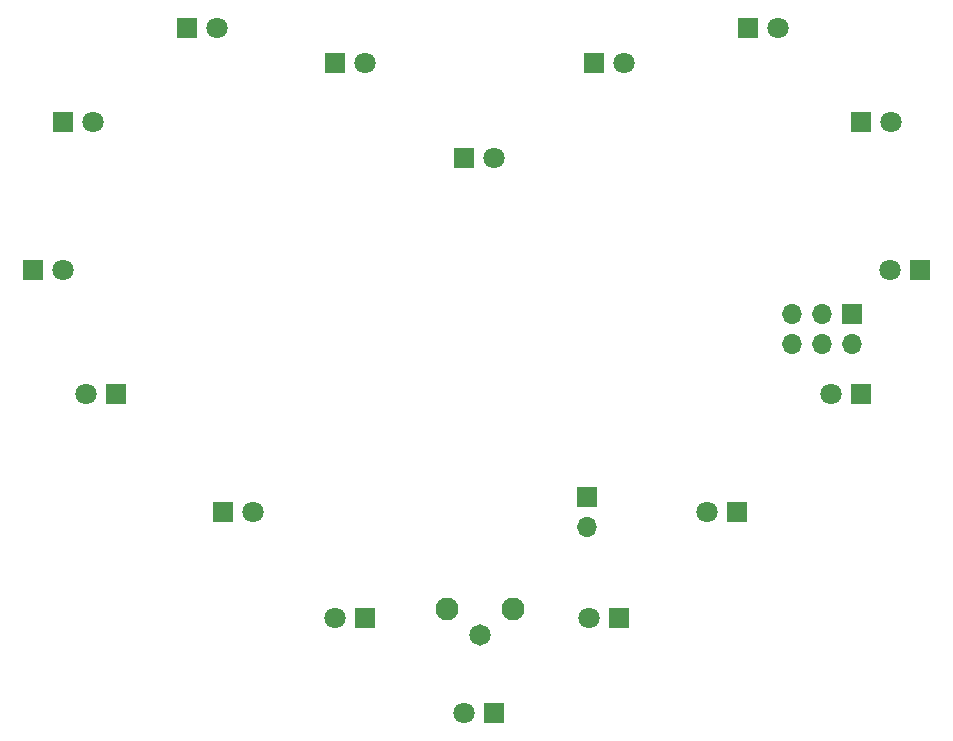
<source format=gbs>
%TF.GenerationSoftware,KiCad,Pcbnew,(7.0.0)*%
%TF.CreationDate,2023-05-16T07:50:31+02:00*%
%TF.ProjectId,MamaGeburtstag2023,4d616d61-4765-4627-9572-747374616732,rev?*%
%TF.SameCoordinates,Original*%
%TF.FileFunction,Soldermask,Bot*%
%TF.FilePolarity,Negative*%
%FSLAX46Y46*%
G04 Gerber Fmt 4.6, Leading zero omitted, Abs format (unit mm)*
G04 Created by KiCad (PCBNEW (7.0.0)) date 2023-05-16 07:50:31*
%MOMM*%
%LPD*%
G01*
G04 APERTURE LIST*
%ADD10R,1.800000X1.800000*%
%ADD11C,1.800000*%
%ADD12R,1.700000X1.700000*%
%ADD13O,1.700000X1.700000*%
%ADD14C,1.950000*%
%ADD15C,1.815000*%
G04 APERTURE END LIST*
D10*
%TO.C,D312*%
X137999999Y-141999999D03*
D11*
X135460000Y-142000000D03*
%TD*%
D10*
%TO.C,D305*%
X148999999Y-149999999D03*
D11*
X146460000Y-150000000D03*
%TD*%
D10*
%TO.C,D302*%
X122999999Y-91999999D03*
D11*
X125540000Y-92000000D03*
%TD*%
D12*
%TO.C,J201*%
X179299999Y-116224999D03*
D13*
X179299999Y-118764999D03*
X176759999Y-116224999D03*
X176759999Y-118764999D03*
X174219999Y-116224999D03*
X174219999Y-118764999D03*
%TD*%
D10*
%TO.C,D315*%
X179999999Y-99999999D03*
D11*
X182540000Y-100000000D03*
%TD*%
D10*
%TO.C,D311*%
X116999999Y-122999999D03*
D11*
X114460000Y-123000000D03*
%TD*%
D10*
%TO.C,D316*%
X157459999Y-94999999D03*
D11*
X160000000Y-95000000D03*
%TD*%
D10*
%TO.C,D303*%
X109959999Y-112499999D03*
D11*
X112500000Y-112500000D03*
%TD*%
D10*
%TO.C,D304*%
X125999999Y-132999999D03*
D11*
X128540000Y-133000000D03*
%TD*%
D10*
%TO.C,D314*%
X179999999Y-122999999D03*
D11*
X177460000Y-123000000D03*
%TD*%
D10*
%TO.C,D306*%
X169539999Y-132999999D03*
D11*
X167000000Y-133000000D03*
%TD*%
D10*
%TO.C,D310*%
X112459999Y-99999999D03*
D11*
X115000000Y-100000000D03*
%TD*%
D12*
%TO.C,J102*%
X156849999Y-131724999D03*
D13*
X156849999Y-134264999D03*
%TD*%
D10*
%TO.C,D307*%
X184999999Y-112499999D03*
D11*
X182460000Y-112500000D03*
%TD*%
D10*
%TO.C,D308*%
X170459999Y-91999999D03*
D11*
X173000000Y-92000000D03*
%TD*%
D10*
%TO.C,D313*%
X159539999Y-141999999D03*
D11*
X157000000Y-142000000D03*
%TD*%
D10*
%TO.C,D301*%
X146459999Y-102999999D03*
D11*
X149000000Y-103000000D03*
%TD*%
D10*
%TO.C,D309*%
X135459999Y-94999999D03*
D11*
X138000000Y-95000000D03*
%TD*%
D14*
%TO.C,J101*%
X144950000Y-141250000D03*
X150550000Y-141250000D03*
D15*
X147750000Y-143399000D03*
%TD*%
M02*

</source>
